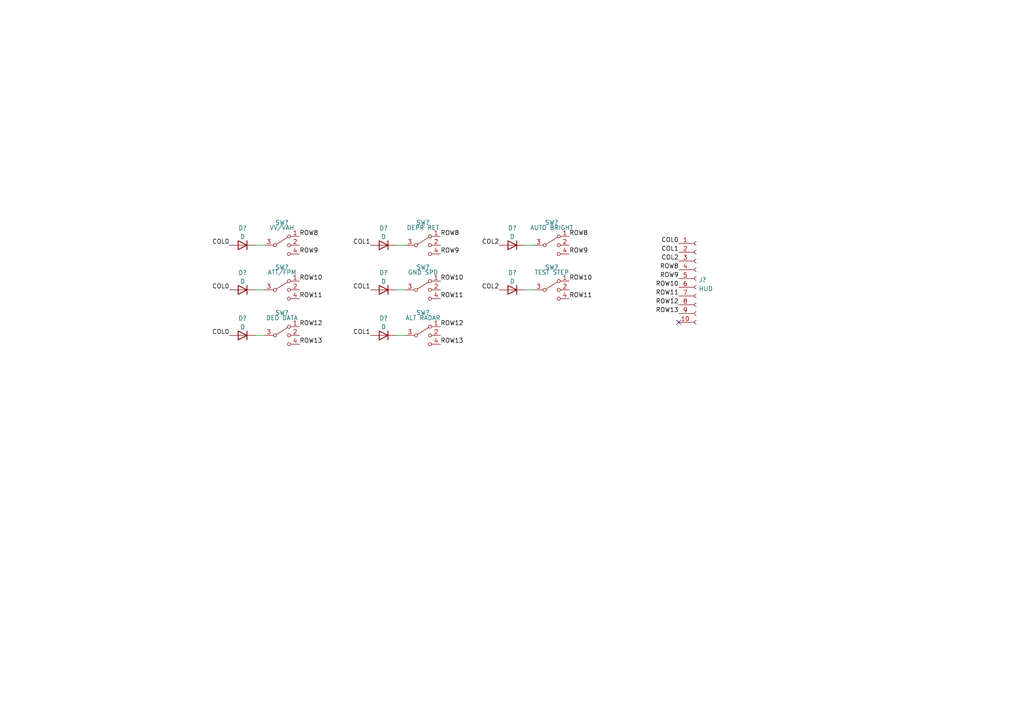
<source format=kicad_sch>
(kicad_sch (version 20211123) (generator eeschema)
  (paper "A4")
  (lib_symbols
    (symbol "Connector:Conn_01x10_Female" (pin_names (offset 1.016) hide)
      (property "Reference" "J" (at 0 12.7 0))
      (property "Value" "Conn_01x10_Female" (at 0 -15.24 0))
      (symbol "Conn_01x10_Female_1_1"
        (arc (start 0 -12.192) (mid -0.508 -12.7) (end 0 -13.208) (stroke (width 0.1524)))
        (arc (start 0 -9.652) (mid -0.508 -10.16) (end 0 -10.668) (stroke (width 0.1524)))
        (arc (start 0 -7.112) (mid -0.508 -7.62) (end 0 -8.128) (stroke (width 0.1524)))
        (arc (start 0 -4.572) (mid -0.508 -5.08) (end 0 -5.588) (stroke (width 0.1524)))
        (arc (start 0 -2.032) (mid -0.508 -2.54) (end 0 -3.048) (stroke (width 0.1524)))
        (polyline (pts (xy -1.27 -12.7) (xy -0.508 -12.7)) (stroke (width 0.1524)))
        (polyline (pts (xy -1.27 -10.16) (xy -0.508 -10.16)) (stroke (width 0.1524)))
        (polyline (pts (xy -1.27 -7.62) (xy -0.508 -7.62)) (stroke (width 0.1524)))
        (polyline (pts (xy -1.27 -5.08) (xy -0.508 -5.08)) (stroke (width 0.1524)))
        (polyline (pts (xy -1.27 -2.54) (xy -0.508 -2.54)) (stroke (width 0.1524)))
        (polyline (pts (xy -1.27 0) (xy -0.508 0)) (stroke (width 0.1524)))
        (polyline (pts (xy -1.27 2.54) (xy -0.508 2.54)) (stroke (width 0.1524)))
        (polyline (pts (xy -1.27 5.08) (xy -0.508 5.08)) (stroke (width 0.1524)))
        (polyline (pts (xy -1.27 7.62) (xy -0.508 7.62)) (stroke (width 0.1524)))
        (polyline (pts (xy -1.27 10.16) (xy -0.508 10.16)) (stroke (width 0.1524)))
        (arc (start 0 0.508) (mid -0.508 0) (end 0 -0.508) (stroke (width 0.1524)))
        (arc (start 0 3.048) (mid -0.508 2.54) (end 0 2.032) (stroke (width 0.1524)))
        (arc (start 0 5.588) (mid -0.508 5.08) (end 0 4.572) (stroke (width 0.1524)))
        (arc (start 0 8.128) (mid -0.508 7.62) (end 0 7.112) (stroke (width 0.1524)))
        (arc (start 0 10.668) (mid -0.508 10.16) (end 0 9.652) (stroke (width 0.1524)))
        (pin passive line (at -5.08 10.16 0) (length 3.81) (name "Pin_1") (number "1"))
        (pin passive line (at -5.08 -12.7 0) (length 3.81) (name "Pin_10") (number "10"))
        (pin passive line (at -5.08 7.62 0) (length 3.81) (name "Pin_2") (number "2"))
        (pin passive line (at -5.08 5.08 0) (length 3.81) (name "Pin_3") (number "3"))
        (pin passive line (at -5.08 2.54 0) (length 3.81) (name "Pin_4") (number "4"))
        (pin passive line (at -5.08 0 0) (length 3.81) (name "Pin_5") (number "5"))
        (pin passive line (at -5.08 -2.54 0) (length 3.81) (name "Pin_6") (number "6"))
        (pin passive line (at -5.08 -5.08 0) (length 3.81) (name "Pin_7") (number "7"))
        (pin passive line (at -5.08 -7.62 0) (length 3.81) (name "Pin_8") (number "8"))
        (pin passive line (at -5.08 -10.16 0) (length 3.81) (name "Pin_9") (number "9"))
      )
    )
    (symbol "Device:D" (pin_numbers hide) (pin_names (offset 1.016) hide)
      (property "Reference" "D" (at 0 2.54 0))
      (property "Value" "D" (at 0 -2.54 0))
      (symbol "D_0_1"
        (polyline (pts (xy -1.27 1.27) (xy -1.27 -1.27)) (stroke (width 0.254)))
        (polyline (pts (xy 1.27 0) (xy -1.27 0)))
        (polyline (pts (xy 1.27 1.27) (xy 1.27 -1.27) (xy -1.27 0) (xy 1.27 1.27)) (stroke (width 0.254)))
      )
      (symbol "D_1_1"
        (pin passive line (at -3.81 0 0) (length 2.54) (name "K") (number "1"))
        (pin passive line (at 3.81 0 180) (length 2.54) (name "A") (number "2"))
      )
    )
    (symbol "Switch:SW_SP3T" (pin_names (offset 0) hide)
      (property "Reference" "SW" (at 0 5.08 0))
      (property "Value" "SW_SP3T" (at 0 -5.08 0))
      (symbol "SW_SP3T_0_1"
        (circle (center -2.032 0) (radius 0.4572))
        (polyline (pts (xy -1.651 0.254) (xy 1.651 2.286)))
        (circle (center 2.032 -2.54) (radius 0.4572))
        (circle (center 2.032 0) (radius 0.4572))
        (circle (center 2.032 2.54) (radius 0.4572))
      )
      (symbol "SW_SP3T_1_1"
        (pin passive line (at 5.08 2.54 180) (length 2.54) (name "1") (number "1"))
        (pin passive line (at 5.08 0 180) (length 2.54) (name "2") (number "2"))
        (pin passive line (at -5.08 0 0) (length 2.54) (name "3") (number "3"))
        (pin passive line (at 5.08 -2.54 180) (length 2.54) (name "4") (number "4"))
      )
    )
  )
  (no_connect (at 196.85 93.472))
  (wire (pts (xy 115.062 84.074) (xy 117.602 84.074)))
  (wire (pts (xy 74.168 97.282) (xy 76.708 97.282)))
  (wire (pts (xy 74.168 84.074) (xy 76.708 84.074)))
  (wire (pts (xy 152.4 84.074) (xy 154.94 84.074)))
  (wire (pts (xy 152.4 71.12) (xy 154.94 71.12)))
  (wire (pts (xy 115.062 97.282) (xy 117.602 97.282)))
  (wire (pts (xy 115.062 71.12) (xy 117.602 71.12)))
  (wire (pts (xy 74.168 71.12) (xy 76.708 71.12)))
  (label "ROW10" (at 196.85 83.312 180))
  (label "COL0" (at 196.85 70.612 180))
  (label "ROW12" (at 196.85 88.392 180))
  (label "ROW11" (at 196.85 85.852 180))
  (label "COL1" (at 107.442 97.282 180))
  (label "ROW8" (at 196.85 78.232 180))
  (label "ROW8" (at 86.868 68.58 0))
  (label "COL0" (at 66.548 71.12 180))
  (label "ROW12" (at 86.868 94.742 0))
  (label "ROW9" (at 86.868 73.66 0))
  (label "ROW11" (at 127.762 86.614 0))
  (label "ROW8" (at 127.762 68.58 0))
  (label "COL0" (at 66.548 84.074 180))
  (label "ROW13" (at 86.868 99.822 0))
  (label "ROW13" (at 127.762 99.822 0))
  (label "ROW11" (at 86.868 86.614 0))
  (label "ROW10" (at 165.1 81.534 0))
  (label "ROW9" (at 165.1 73.66 0))
  (label "ROW10" (at 86.868 81.534 0))
  (label "COL0" (at 66.548 97.282 180))
  (label "ROW12" (at 127.762 94.742 0))
  (label "COL1" (at 107.442 84.074 180))
  (label "COL2" (at 144.78 84.074 180))
  (label "COL2" (at 144.78 71.12 180))
  (label "ROW8" (at 165.1 68.58 0))
  (label "ROW11" (at 165.1 86.614 0))
  (label "COL2" (at 196.85 75.692 180))
  (label "ROW9" (at 127.762 73.66 0))
  (label "ROW9" (at 196.85 80.772 180))
  (label "COL1" (at 107.442 71.12 180))
  (label "ROW13" (at 196.85 90.932 180))
  (label "ROW10" (at 127.762 81.534 0))
  (label "COL1" (at 196.85 73.152 180))
  (symbol (lib_id "Device:D") (at 111.252 97.282 180) (unit 1)
    (property "Reference" "D?" (at 111.252 92.3122 0))
    (property "Value" "D" (at 111.252 94.8491 0))
  )
  (symbol (lib_id "Device:D") (at 148.59 71.12 180) (unit 1)
    (property "Reference" "D?" (at 148.59 66.1502 0))
    (property "Value" "D" (at 148.59 68.6871 0))
  )
  (symbol (lib_id "Device:D") (at 148.59 84.074 180) (unit 1)
    (property "Reference" "D?" (at 148.59 79.1042 0))
    (property "Value" "D" (at 148.59 81.6411 0))
  )
  (symbol (lib_id "Switch:SW_SP3T") (at 81.788 97.282 0) (unit 1)
    (property "Reference" "SW?" (at 81.788 90.712 0))
    (property "Value" "DED DATA" (at 81.788 92.202 0))
  )
  (symbol (lib_id "Switch:SW_SP3T") (at 122.682 97.282 0) (unit 1)
    (property "Reference" "SW?" (at 122.682 90.712 0))
    (property "Value" "ALT RADAR" (at 122.682 92.202 0))
  )
  (symbol (lib_id "Device:D") (at 70.358 84.074 180) (unit 1)
    (property "Reference" "D?" (at 70.358 79.1042 0))
    (property "Value" "D" (at 70.358 81.6411 0))
  )
  (symbol (lib_id "Device:D") (at 111.252 71.12 180) (unit 1)
    (property "Reference" "D?" (at 111.252 66.1502 0))
    (property "Value" "D" (at 111.252 68.6871 0))
  )
  (symbol (lib_id "Device:D") (at 111.252 84.074 180) (unit 1)
    (property "Reference" "D?" (at 111.252 79.1042 0))
    (property "Value" "D" (at 111.252 81.6411 0))
  )
  (symbol (lib_id "Device:D") (at 70.358 71.12 180) (unit 1)
    (property "Reference" "D?" (at 70.358 66.1502 0))
    (property "Value" "D" (at 70.358 68.6871 0))
  )
  (symbol (lib_id "Switch:SW_SP3T") (at 122.682 84.074 0) (unit 1)
    (property "Reference" "SW?" (at 122.682 77.504 0))
    (property "Value" "GND SPD" (at 122.682 78.994 0))
  )
  (symbol (lib_id "Device:D") (at 70.358 97.282 180) (unit 1)
    (property "Reference" "D?" (at 70.358 92.3122 0))
    (property "Value" "D" (at 70.358 94.8491 0))
  )
  (symbol (lib_id "Connector:Conn_01x10_Female") (at 201.93 80.772 0) (unit 1)
    (property "Reference" "J?" (at 202.6412 81.2073 0) (effects (justify left)))
    (property "Value" "HUD" (at 202.6412 83.7442 0) (effects (justify left)))
  )
  (symbol (lib_id "Switch:SW_SP3T") (at 160.02 71.12 0) (unit 1)
    (property "Reference" "SW?" (at 160.02 64.55 0))
    (property "Value" "AUTO BRIGHT" (at 160.02 66.04 0))
  )
  (symbol (lib_id "Switch:SW_SP3T") (at 81.788 84.074 0) (unit 1)
    (property "Reference" "SW?" (at 81.788 77.504 0))
    (property "Value" "ATT/FPM" (at 81.788 78.994 0))
  )
  (symbol (lib_id "Switch:SW_SP3T") (at 160.02 84.074 0) (unit 1)
    (property "Reference" "SW?" (at 160.02 77.504 0))
    (property "Value" "TEST STEP" (at 160.02 78.994 0))
  )
  (symbol (lib_id "Switch:SW_SP3T") (at 122.682 71.12 0) (unit 1)
    (property "Reference" "SW?" (at 122.682 64.55 0))
    (property "Value" "DEPR RET" (at 122.682 66.04 0))
  )
  (symbol (lib_id "Switch:SW_SP3T") (at 81.788 71.12 0) (unit 1)
    (property "Reference" "SW?" (at 81.788 64.55 0))
    (property "Value" "VV/VAH" (at 81.788 66.04 0))
  )
)
</source>
